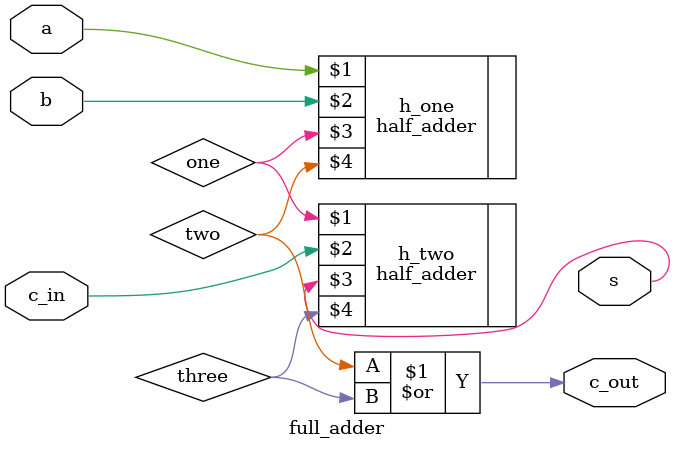
<source format=v>
module full_adder(a,b,c_in,s,c_out);

input a, b, c_in;

wire one, two, three;

output s, c_out;

half_adder h_one(a, b, one, two);
half_adder h_two(one, c_in, s, three);

or(c_out, two, three);

endmodule
</source>
